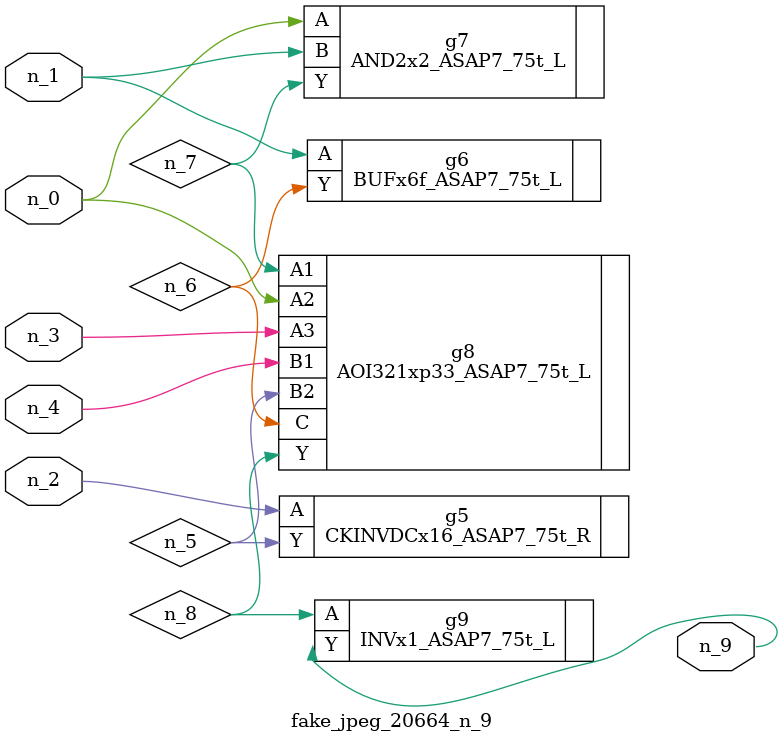
<source format=v>
module fake_jpeg_20664_n_9 (n_3, n_2, n_1, n_0, n_4, n_9);

input n_3;
input n_2;
input n_1;
input n_0;
input n_4;

output n_9;

wire n_8;
wire n_6;
wire n_5;
wire n_7;

CKINVDCx16_ASAP7_75t_R g5 ( 
.A(n_2),
.Y(n_5)
);

BUFx6f_ASAP7_75t_L g6 ( 
.A(n_1),
.Y(n_6)
);

AND2x2_ASAP7_75t_L g7 ( 
.A(n_0),
.B(n_1),
.Y(n_7)
);

AOI321xp33_ASAP7_75t_L g8 ( 
.A1(n_7),
.A2(n_0),
.A3(n_3),
.B1(n_4),
.B2(n_5),
.C(n_6),
.Y(n_8)
);

INVx1_ASAP7_75t_L g9 ( 
.A(n_8),
.Y(n_9)
);


endmodule
</source>
